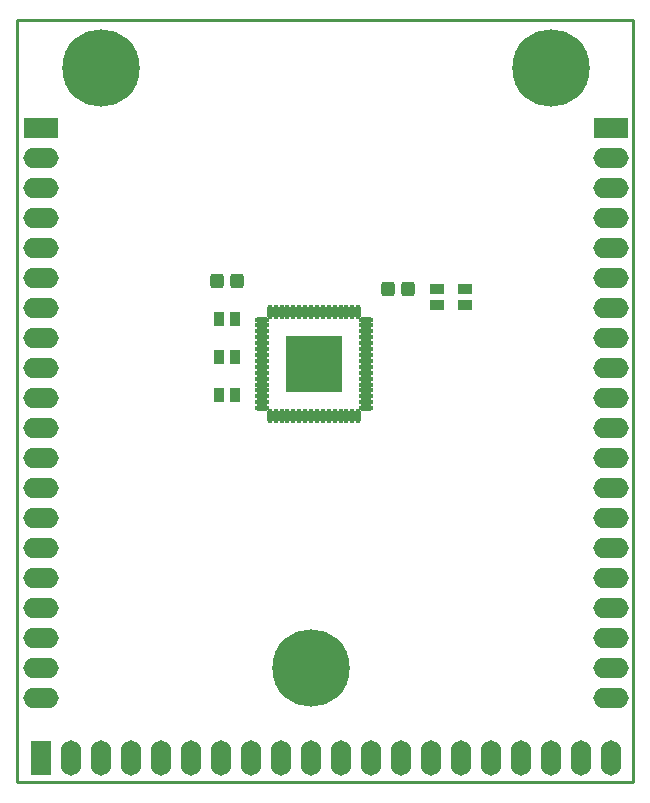
<source format=gts>
G04*
G04 #@! TF.GenerationSoftware,Altium Limited,Altium Designer,18.1.7 (191)*
G04*
G04 Layer_Color=8388736*
%FSLAX25Y25*%
%MOIN*%
G70*
G01*
G75*
%ADD12C,0.01000*%
%ADD22R,0.03753X0.04540*%
G04:AMPARAMS|DCode=23|XSize=47.37mil|YSize=43.43mil|CornerRadius=8.43mil|HoleSize=0mil|Usage=FLASHONLY|Rotation=90.000|XOffset=0mil|YOffset=0mil|HoleType=Round|Shape=RoundedRectangle|*
%AMROUNDEDRECTD23*
21,1,0.04737,0.02657,0,0,90.0*
21,1,0.03051,0.04343,0,0,90.0*
1,1,0.01686,0.01329,0.01526*
1,1,0.01686,0.01329,-0.01526*
1,1,0.01686,-0.01329,-0.01526*
1,1,0.01686,-0.01329,0.01526*
%
%ADD23ROUNDEDRECTD23*%
%ADD24R,0.18517X0.18517*%
%ADD25O,0.01784X0.04934*%
%ADD26O,0.04934X0.01784*%
%ADD27R,0.04540X0.03753*%
%ADD28C,0.25800*%
%ADD29O,0.11800X0.06800*%
%ADD30R,0.11800X0.06800*%
%ADD31O,0.06800X0.11800*%
%ADD32R,0.06800X0.11800*%
D12*
X0Y0D02*
Y254000D01*
X205500D01*
Y0D02*
Y254000D01*
X0Y0D02*
X205500D01*
D22*
X72756Y129000D02*
D03*
X67244D02*
D03*
X72756Y141700D02*
D03*
X67244D02*
D03*
X72756Y154399D02*
D03*
X67244D02*
D03*
D23*
X66654Y167000D02*
D03*
X73347D02*
D03*
X123653Y164500D02*
D03*
X130347D02*
D03*
D24*
X99000Y139500D02*
D03*
D25*
X84236Y156921D02*
D03*
X86205D02*
D03*
X88173D02*
D03*
X90142D02*
D03*
X92110D02*
D03*
X94079D02*
D03*
X96047D02*
D03*
X98016D02*
D03*
X99984D02*
D03*
X101953D02*
D03*
X103921D02*
D03*
X105890D02*
D03*
X107858D02*
D03*
X109827D02*
D03*
X111795D02*
D03*
X113764D02*
D03*
Y122079D02*
D03*
X111795D02*
D03*
X109827D02*
D03*
X107858D02*
D03*
X105890D02*
D03*
X103921D02*
D03*
X101953D02*
D03*
X99984D02*
D03*
X98016D02*
D03*
X96047D02*
D03*
X94079D02*
D03*
X92110D02*
D03*
X90142D02*
D03*
X88173D02*
D03*
X86205D02*
D03*
X84236D02*
D03*
D26*
X116421Y154264D02*
D03*
Y152295D02*
D03*
Y150327D02*
D03*
Y148358D02*
D03*
Y146390D02*
D03*
Y144421D02*
D03*
Y142453D02*
D03*
Y140484D02*
D03*
Y138516D02*
D03*
Y136547D02*
D03*
Y134579D02*
D03*
Y132610D02*
D03*
Y130642D02*
D03*
Y128673D02*
D03*
Y126705D02*
D03*
Y124736D02*
D03*
X81579D02*
D03*
Y126705D02*
D03*
Y128673D02*
D03*
Y130642D02*
D03*
Y132610D02*
D03*
Y134579D02*
D03*
Y136547D02*
D03*
Y138516D02*
D03*
Y140484D02*
D03*
Y142453D02*
D03*
Y144421D02*
D03*
Y146390D02*
D03*
Y148358D02*
D03*
Y150327D02*
D03*
Y152295D02*
D03*
Y154264D02*
D03*
D27*
X140000Y164500D02*
D03*
Y158988D02*
D03*
X149500Y164500D02*
D03*
Y158988D02*
D03*
D28*
X178000Y238000D02*
D03*
X28000D02*
D03*
X98000Y38000D02*
D03*
D29*
X198000Y28000D02*
D03*
Y38000D02*
D03*
Y48000D02*
D03*
Y58000D02*
D03*
Y68000D02*
D03*
Y78000D02*
D03*
Y88000D02*
D03*
Y98000D02*
D03*
Y108000D02*
D03*
Y118000D02*
D03*
Y128000D02*
D03*
Y138000D02*
D03*
Y148000D02*
D03*
Y158000D02*
D03*
Y168000D02*
D03*
Y178000D02*
D03*
Y188000D02*
D03*
Y198000D02*
D03*
Y208000D02*
D03*
X8000Y28000D02*
D03*
Y38000D02*
D03*
Y48000D02*
D03*
Y58000D02*
D03*
Y68000D02*
D03*
Y78000D02*
D03*
Y88000D02*
D03*
Y98000D02*
D03*
Y108000D02*
D03*
Y118000D02*
D03*
Y128000D02*
D03*
Y138000D02*
D03*
Y148000D02*
D03*
Y158000D02*
D03*
Y168000D02*
D03*
Y178000D02*
D03*
Y188000D02*
D03*
Y198000D02*
D03*
Y208000D02*
D03*
D30*
X198000Y218000D02*
D03*
X8000D02*
D03*
D31*
X198000Y8000D02*
D03*
X188000D02*
D03*
X178000D02*
D03*
X168000D02*
D03*
X158000D02*
D03*
X148000D02*
D03*
X138000D02*
D03*
X128000D02*
D03*
X118000D02*
D03*
X108000D02*
D03*
X98000D02*
D03*
X88000D02*
D03*
X78000D02*
D03*
X68000D02*
D03*
X58000D02*
D03*
X48000D02*
D03*
X38000D02*
D03*
X28000D02*
D03*
X18000D02*
D03*
D32*
X8000D02*
D03*
M02*

</source>
